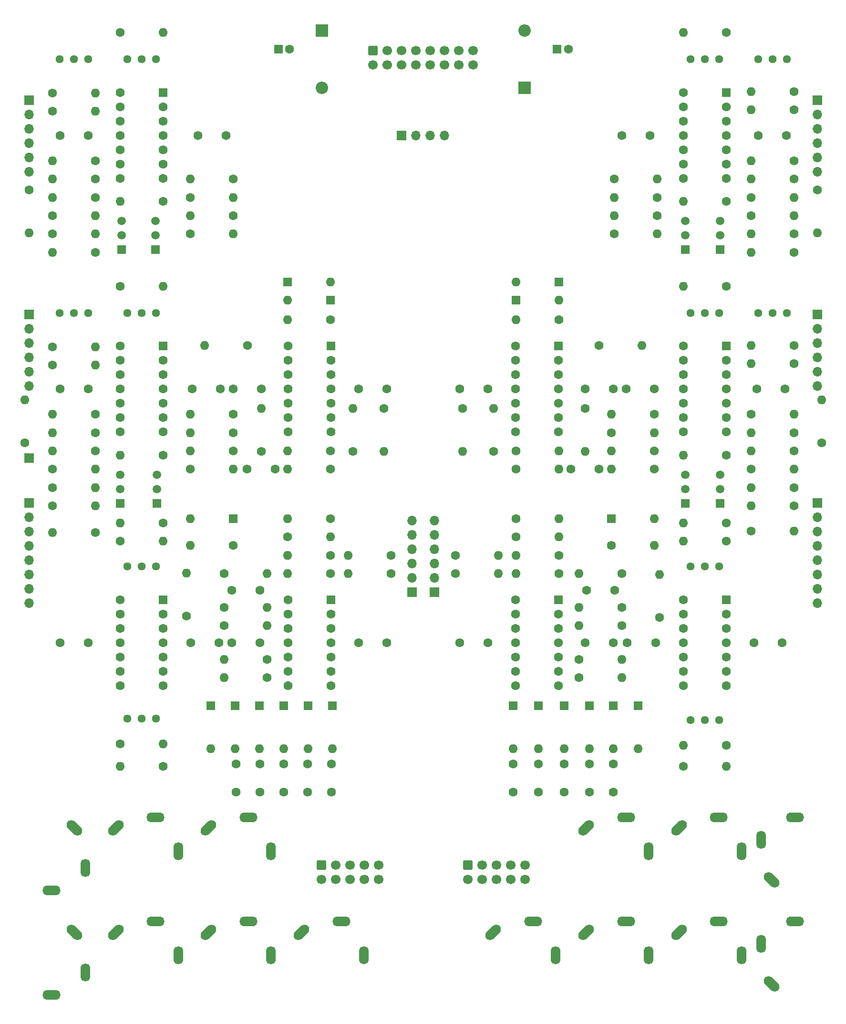
<source format=gts>
%TF.GenerationSoftware,KiCad,Pcbnew,9.0.0*%
%TF.CreationDate,2025-03-15T21:38:37+01:00*%
%TF.ProjectId,DMH_Dual_VCF_Diode_Ladder_Mk2_PCB_1,444d485f-4475-4616-9c5f-5643465f4469,1*%
%TF.SameCoordinates,Original*%
%TF.FileFunction,Soldermask,Top*%
%TF.FilePolarity,Negative*%
%FSLAX46Y46*%
G04 Gerber Fmt 4.6, Leading zero omitted, Abs format (unit mm)*
G04 Created by KiCad (PCBNEW 9.0.0) date 2025-03-15 21:38:37*
%MOMM*%
%LPD*%
G01*
G04 APERTURE LIST*
G04 Aperture macros list*
%AMRoundRect*
0 Rectangle with rounded corners*
0 $1 Rounding radius*
0 $2 $3 $4 $5 $6 $7 $8 $9 X,Y pos of 4 corners*
0 Add a 4 corners polygon primitive as box body*
4,1,4,$2,$3,$4,$5,$6,$7,$8,$9,$2,$3,0*
0 Add four circle primitives for the rounded corners*
1,1,$1+$1,$2,$3*
1,1,$1+$1,$4,$5*
1,1,$1+$1,$6,$7*
1,1,$1+$1,$8,$9*
0 Add four rect primitives between the rounded corners*
20,1,$1+$1,$2,$3,$4,$5,0*
20,1,$1+$1,$4,$5,$6,$7,0*
20,1,$1+$1,$6,$7,$8,$9,0*
20,1,$1+$1,$8,$9,$2,$3,0*%
%AMHorizOval*
0 Thick line with rounded ends*
0 $1 width*
0 $2 $3 position (X,Y) of the first rounded end (center of the circle)*
0 $4 $5 position (X,Y) of the second rounded end (center of the circle)*
0 Add line between two ends*
20,1,$1,$2,$3,$4,$5,0*
0 Add two circle primitives to create the rounded ends*
1,1,$1,$2,$3*
1,1,$1,$4,$5*%
G04 Aperture macros list end*
%ADD10R,1.700000X1.700000*%
%ADD11O,1.700000X1.700000*%
%ADD12HorizOval,1.712000X-0.533159X-0.533159X0.533159X0.533159X0*%
%ADD13O,1.712000X3.220000*%
%ADD14O,3.220000X1.712000*%
%ADD15HorizOval,1.712000X-0.533159X0.533159X0.533159X-0.533159X0*%
%ADD16RoundRect,0.250000X0.550000X0.550000X-0.550000X0.550000X-0.550000X-0.550000X0.550000X-0.550000X0*%
%ADD17C,1.600000*%
%ADD18R,1.600000X1.600000*%
%ADD19O,1.600000X1.600000*%
%ADD20RoundRect,0.250000X-0.600000X0.600000X-0.600000X-0.600000X0.600000X-0.600000X0.600000X0.600000X0*%
%ADD21C,1.700000*%
%ADD22R,1.500000X1.500000*%
%ADD23C,1.500000*%
%ADD24C,1.440000*%
%ADD25R,2.200000X2.200000*%
%ADD26O,2.200000X2.200000*%
G04 APERTURE END LIST*
D10*
%TO.C,J15*%
X30000000Y-128000000D03*
D11*
X30000000Y-130540000D03*
X30000000Y-133080000D03*
X30000000Y-135620000D03*
X30000000Y-138160000D03*
X30000000Y-140700000D03*
X30000000Y-143240000D03*
X30000000Y-145780000D03*
%TD*%
D10*
%TO.C,J17*%
X30000000Y-94500000D03*
D11*
X30000000Y-97040000D03*
X30000000Y-99580000D03*
X30000000Y-102120000D03*
X30000000Y-104660000D03*
X30000000Y-107200000D03*
%TD*%
D12*
%TO.C,J6*%
X78403810Y-204153810D03*
D13*
X89500000Y-208250000D03*
D14*
X85500000Y-202250000D03*
%TD*%
D10*
%TO.C,J22*%
X170000000Y-56500000D03*
D11*
X170000000Y-59040000D03*
X170000000Y-61580000D03*
X170000000Y-64120000D03*
X170000000Y-66660000D03*
X170000000Y-69200000D03*
%TD*%
D10*
%TO.C,J21*%
X30000000Y-56500000D03*
D11*
X30000000Y-59040000D03*
X30000000Y-61580000D03*
X30000000Y-64120000D03*
X30000000Y-66660000D03*
X30000000Y-69200000D03*
%TD*%
D12*
%TO.C,J13*%
X112403810Y-204153810D03*
D13*
X123500000Y-208250000D03*
D14*
X119500000Y-202250000D03*
%TD*%
D12*
%TO.C,J11*%
X128903810Y-185653810D03*
D13*
X140000000Y-189750000D03*
D14*
X136000000Y-183750000D03*
%TD*%
D12*
%TO.C,J4*%
X61903810Y-185653810D03*
D13*
X73000000Y-189750000D03*
D14*
X69000000Y-183750000D03*
%TD*%
D10*
%TO.C,J18*%
X170000000Y-94500000D03*
D11*
X170000000Y-97040000D03*
X170000000Y-99580000D03*
X170000000Y-102120000D03*
X170000000Y-104660000D03*
X170000000Y-107200000D03*
%TD*%
D10*
%TO.C,J20*%
X102000000Y-143800000D03*
D11*
X102000000Y-141260000D03*
X102000000Y-138720000D03*
X102000000Y-136180000D03*
X102000000Y-133640000D03*
X102000000Y-131100000D03*
%TD*%
D10*
%TO.C,J0*%
X30000000Y-120000000D03*
%TD*%
D12*
%TO.C,J10*%
X145403810Y-204153810D03*
D13*
X156500000Y-208250000D03*
D14*
X152500000Y-202250000D03*
%TD*%
D10*
%TO.C,J19*%
X98000000Y-143800000D03*
D11*
X98000000Y-141260000D03*
X98000000Y-138720000D03*
X98000000Y-136180000D03*
X98000000Y-133640000D03*
X98000000Y-131100000D03*
%TD*%
D10*
%TO.C,J23*%
X96200000Y-62775000D03*
D11*
X98740000Y-62775000D03*
X101280000Y-62775000D03*
X103820000Y-62775000D03*
%TD*%
D10*
%TO.C,J16*%
X170000000Y-128000000D03*
D11*
X170000000Y-130540000D03*
X170000000Y-133080000D03*
X170000000Y-135620000D03*
X170000000Y-138160000D03*
X170000000Y-140700000D03*
X170000000Y-143240000D03*
X170000000Y-145780000D03*
%TD*%
D15*
%TO.C,J8*%
X161903810Y-194846190D03*
D14*
X166000000Y-183750000D03*
D13*
X160000000Y-187750000D03*
%TD*%
D12*
%TO.C,J3*%
X45403810Y-204153810D03*
D13*
X56500000Y-208250000D03*
D14*
X52500000Y-202250000D03*
%TD*%
D12*
%TO.C,J2*%
X45403810Y-185653810D03*
D13*
X56500000Y-189750000D03*
D14*
X52500000Y-183750000D03*
%TD*%
D12*
%TO.C,J5*%
X61903810Y-204153810D03*
D13*
X73000000Y-208250000D03*
D14*
X69000000Y-202250000D03*
%TD*%
D12*
%TO.C,J12*%
X128903810Y-204153810D03*
D13*
X140000000Y-208250000D03*
D14*
X136000000Y-202250000D03*
%TD*%
D12*
%TO.C,J9*%
X145403810Y-185653810D03*
D13*
X156500000Y-189750000D03*
D14*
X152500000Y-183750000D03*
%TD*%
D15*
%TO.C,J14*%
X161903810Y-213346190D03*
D14*
X166000000Y-202250000D03*
D13*
X160000000Y-206250000D03*
%TD*%
D15*
%TO.C,J1*%
X38096190Y-185653810D03*
D14*
X34000000Y-196750000D03*
D13*
X40000000Y-192750000D03*
%TD*%
D15*
%TO.C,J7*%
X38096190Y-204153810D03*
D14*
X34000000Y-215250000D03*
D13*
X40000000Y-211250000D03*
%TD*%
D16*
%TO.C,U2*%
X153800000Y-55125000D03*
D17*
X153800000Y-57665000D03*
X153800000Y-60205000D03*
X153800000Y-62745000D03*
X153800000Y-65285000D03*
X153800000Y-67825000D03*
X153800000Y-70365000D03*
X146180000Y-70365000D03*
X146180000Y-67825000D03*
X146180000Y-65285000D03*
X146180000Y-62745000D03*
X146180000Y-60205000D03*
X146180000Y-57665000D03*
X146180000Y-55125000D03*
%TD*%
D18*
%TO.C,D20*%
X120500000Y-163940000D03*
D19*
X120500000Y-171560000D03*
%TD*%
D20*
%TO.C,J210*%
X107960000Y-192247500D03*
D21*
X110500000Y-192247500D03*
X113040000Y-192247500D03*
X115580000Y-192247500D03*
X118120000Y-192247500D03*
X107960000Y-194787500D03*
X110500000Y-194787500D03*
X113040000Y-194787500D03*
X115580000Y-194787500D03*
X118120000Y-194787500D03*
%TD*%
D16*
%TO.C,U4*%
X124000000Y-100125000D03*
D17*
X124000000Y-102665000D03*
X124000000Y-105205000D03*
X124000000Y-107745000D03*
X124000000Y-110285000D03*
X124000000Y-112825000D03*
X124000000Y-115365000D03*
X116380000Y-115365000D03*
X116380000Y-112825000D03*
X116380000Y-110285000D03*
X116380000Y-107745000D03*
X116380000Y-105205000D03*
X116380000Y-102665000D03*
X116380000Y-100125000D03*
%TD*%
D18*
%TO.C,D7*%
X62293750Y-163940000D03*
D19*
X62293750Y-171560000D03*
%TD*%
D22*
%TO.C,Q5*%
X52750000Y-128040000D03*
D23*
X52750000Y-125500000D03*
X52750000Y-122960000D03*
%TD*%
D17*
%TO.C,R105*%
X46190000Y-89500000D03*
D19*
X53810000Y-89500000D03*
%TD*%
D17*
%TO.C,R104*%
X34190000Y-100250000D03*
D19*
X41810000Y-100250000D03*
%TD*%
D17*
%TO.C,R74*%
X34190000Y-80250000D03*
D19*
X41810000Y-80250000D03*
%TD*%
D18*
%TO.C,D23*%
X124060000Y-88750000D03*
D19*
X116440000Y-88750000D03*
%TD*%
D17*
%TO.C,C12*%
X66000000Y-152750000D03*
X71000000Y-152750000D03*
%TD*%
%TO.C,R59*%
X128750000Y-111190000D03*
D19*
X128750000Y-118810000D03*
%TD*%
D17*
%TO.C,C25*%
X66750000Y-174250000D03*
X66750000Y-179250000D03*
%TD*%
%TO.C,C33*%
X116000000Y-174250000D03*
X116000000Y-179250000D03*
%TD*%
%TO.C,R100*%
X41810000Y-118750000D03*
D19*
X34190000Y-118750000D03*
%TD*%
D17*
%TO.C,R93*%
X170000000Y-72440000D03*
D19*
X170000000Y-80060000D03*
%TD*%
D17*
%TO.C,R98*%
X34190000Y-128500000D03*
D19*
X41810000Y-128500000D03*
%TD*%
D22*
%TO.C,Q6*%
X46250000Y-128040000D03*
D23*
X46250000Y-125500000D03*
X46250000Y-122960000D03*
%TD*%
D24*
%TO.C,RV26*%
X47460000Y-94250000D03*
X50000000Y-94250000D03*
X52540000Y-94250000D03*
%TD*%
D17*
%TO.C,R83*%
X133940000Y-70500000D03*
D19*
X141560000Y-70500000D03*
%TD*%
D17*
%TO.C,R121*%
X165810000Y-100000000D03*
D19*
X158190000Y-100000000D03*
%TD*%
D17*
%TO.C,R37*%
X72310000Y-159000000D03*
D19*
X64690000Y-159000000D03*
%TD*%
D17*
%TO.C,R87*%
X165810000Y-80250000D03*
D19*
X158190000Y-80250000D03*
%TD*%
D18*
%TO.C,C1*%
X123794888Y-47500000D03*
D17*
X125794888Y-47500000D03*
%TD*%
%TO.C,R92*%
X165810000Y-70500000D03*
D19*
X158190000Y-70500000D03*
%TD*%
D17*
%TO.C,R115*%
X165810000Y-128500000D03*
D19*
X158190000Y-128500000D03*
%TD*%
D17*
%TO.C,R38*%
X83560000Y-95500000D03*
D19*
X75940000Y-95500000D03*
%TD*%
D16*
%TO.C,U1*%
X53800000Y-55125000D03*
D17*
X53800000Y-57665000D03*
X53800000Y-60205000D03*
X53800000Y-62745000D03*
X53800000Y-65285000D03*
X53800000Y-67825000D03*
X53800000Y-70365000D03*
X46180000Y-70365000D03*
X46180000Y-67825000D03*
X46180000Y-65285000D03*
X46180000Y-62745000D03*
X46180000Y-60205000D03*
X46180000Y-57665000D03*
X46180000Y-55125000D03*
%TD*%
%TO.C,C30*%
X125000000Y-179250000D03*
X125000000Y-174250000D03*
%TD*%
%TO.C,R28*%
X75940000Y-134000000D03*
D19*
X83560000Y-134000000D03*
%TD*%
D17*
%TO.C,R142*%
X93000000Y-111190000D03*
D19*
X93000000Y-118810000D03*
%TD*%
D22*
%TO.C,Q8*%
X152750000Y-128040000D03*
D23*
X152750000Y-125500000D03*
X152750000Y-122960000D03*
%TD*%
D17*
%TO.C,R21*%
X153810000Y-171000000D03*
D19*
X146190000Y-171000000D03*
%TD*%
D18*
%TO.C,D6*%
X66310000Y-130750000D03*
D19*
X58690000Y-130750000D03*
%TD*%
D17*
%TO.C,R41*%
X71250000Y-118810000D03*
D19*
X71250000Y-111190000D03*
%TD*%
D17*
%TO.C,R84*%
X141560000Y-73750000D03*
D19*
X133940000Y-73750000D03*
%TD*%
D22*
%TO.C,Q7*%
X146500000Y-128040000D03*
D23*
X146500000Y-125500000D03*
X146500000Y-122960000D03*
%TD*%
D17*
%TO.C,R56*%
X124060000Y-95500000D03*
D19*
X116440000Y-95500000D03*
%TD*%
D17*
%TO.C,R4*%
X53810000Y-131500000D03*
D19*
X46190000Y-131500000D03*
%TD*%
D17*
%TO.C,R35*%
X72310000Y-155750000D03*
D19*
X64690000Y-155750000D03*
%TD*%
D24*
%TO.C,RV4*%
X52540000Y-166250000D03*
X50000000Y-166250000D03*
X47460000Y-166250000D03*
%TD*%
D17*
%TO.C,C4*%
X35500000Y-62750000D03*
X40500000Y-62750000D03*
%TD*%
%TO.C,R32*%
X83560000Y-137250000D03*
D19*
X75940000Y-137250000D03*
%TD*%
D17*
%TO.C,C32*%
X133750000Y-174250000D03*
X133750000Y-179250000D03*
%TD*%
%TO.C,C22*%
X71000000Y-179250000D03*
X71000000Y-174250000D03*
%TD*%
%TO.C,R69*%
X34190000Y-55250000D03*
D19*
X41810000Y-55250000D03*
%TD*%
D17*
%TO.C,R39*%
X83560000Y-118750000D03*
D19*
X75940000Y-118750000D03*
%TD*%
D17*
%TO.C,R127*%
X153810000Y-119500000D03*
D19*
X146190000Y-119500000D03*
%TD*%
D16*
%TO.C,U6*%
X124000000Y-145125000D03*
D17*
X124000000Y-147665000D03*
X124000000Y-150205000D03*
X124000000Y-152745000D03*
X124000000Y-155285000D03*
X124000000Y-157825000D03*
X124000000Y-160365000D03*
X116380000Y-160365000D03*
X116380000Y-157825000D03*
X116380000Y-155285000D03*
X116380000Y-152745000D03*
X116380000Y-150205000D03*
X116380000Y-147665000D03*
X116380000Y-145125000D03*
%TD*%
D18*
%TO.C,D14*%
X83560000Y-92000000D03*
D19*
X75940000Y-92000000D03*
%TD*%
D24*
%TO.C,RV8*%
X147450000Y-139250000D03*
X149990000Y-139250000D03*
X152530000Y-139250000D03*
%TD*%
D17*
%TO.C,R49*%
X124060000Y-140500000D03*
D19*
X116440000Y-140500000D03*
%TD*%
D17*
%TO.C,R73*%
X66310000Y-77000000D03*
D19*
X58690000Y-77000000D03*
%TD*%
D17*
%TO.C,R44*%
X135310000Y-146500000D03*
D19*
X127690000Y-146500000D03*
%TD*%
D17*
%TO.C,R119*%
X165810000Y-115500000D03*
D19*
X158190000Y-115500000D03*
%TD*%
D16*
%TO.C,U5*%
X83620000Y-145125000D03*
D17*
X83620000Y-147665000D03*
X83620000Y-150205000D03*
X83620000Y-152745000D03*
X83620000Y-155285000D03*
X83620000Y-157825000D03*
X83620000Y-160365000D03*
X76000000Y-160365000D03*
X76000000Y-157825000D03*
X76000000Y-155285000D03*
X76000000Y-152745000D03*
X76000000Y-150205000D03*
X76000000Y-147665000D03*
X76000000Y-145125000D03*
%TD*%
%TO.C,C36*%
X136000000Y-107750000D03*
X141000000Y-107750000D03*
%TD*%
%TO.C,R36*%
X94310000Y-137250000D03*
D19*
X86690000Y-137250000D03*
%TD*%
D17*
%TO.C,R30*%
X66310000Y-135500000D03*
D19*
X58690000Y-135500000D03*
%TD*%
D17*
%TO.C,R125*%
X141060000Y-118750000D03*
D19*
X133440000Y-118750000D03*
%TD*%
D25*
%TO.C,D2*%
X82000000Y-44170000D03*
D26*
X82000000Y-54330000D03*
%TD*%
D17*
%TO.C,C29*%
X129500000Y-179250000D03*
X129500000Y-174250000D03*
%TD*%
%TO.C,R27*%
X64690000Y-149750000D03*
D19*
X72310000Y-149750000D03*
%TD*%
D17*
%TO.C,R91*%
X158190000Y-73750000D03*
D19*
X165810000Y-73750000D03*
%TD*%
D17*
%TO.C,R134*%
X146190000Y-174750000D03*
D19*
X153810000Y-174750000D03*
%TD*%
D18*
%TO.C,D21*%
X116000000Y-163940000D03*
D19*
X116000000Y-171560000D03*
%TD*%
D17*
%TO.C,R102*%
X41810000Y-115500000D03*
D19*
X34190000Y-115500000D03*
%TD*%
D17*
%TO.C,C3*%
X60000000Y-62750000D03*
X65000000Y-62750000D03*
%TD*%
%TO.C,C19*%
X59000000Y-107750000D03*
X64000000Y-107750000D03*
%TD*%
%TO.C,R45*%
X135310000Y-149750000D03*
D19*
X127690000Y-149750000D03*
%TD*%
D17*
%TO.C,R86*%
X153810000Y-74500000D03*
D19*
X146190000Y-74500000D03*
%TD*%
D17*
%TO.C,C20*%
X35500000Y-107750000D03*
X40500000Y-107750000D03*
%TD*%
%TO.C,R126*%
X165810000Y-125250000D03*
D19*
X158190000Y-125250000D03*
%TD*%
D16*
%TO.C,U8*%
X153800000Y-145125000D03*
D17*
X153800000Y-147665000D03*
X153800000Y-150205000D03*
X153800000Y-152745000D03*
X153800000Y-155285000D03*
X153800000Y-157825000D03*
X153800000Y-160365000D03*
X146180000Y-160365000D03*
X146180000Y-157825000D03*
X146180000Y-155285000D03*
X146180000Y-152745000D03*
X146180000Y-150205000D03*
X146180000Y-147665000D03*
X146180000Y-145125000D03*
%TD*%
%TO.C,R120*%
X170750000Y-117310000D03*
D19*
X170750000Y-109690000D03*
%TD*%
D24*
%TO.C,RV17*%
X47460000Y-49250000D03*
X50000000Y-49250000D03*
X52540000Y-49250000D03*
%TD*%
D17*
%TO.C,R85*%
X141560000Y-77000000D03*
D19*
X133940000Y-77000000D03*
%TD*%
D18*
%TO.C,C2*%
X74294888Y-47500000D03*
D17*
X76294888Y-47500000D03*
%TD*%
D18*
%TO.C,D17*%
X133750000Y-163940000D03*
D19*
X133750000Y-171560000D03*
%TD*%
D18*
%TO.C,D18*%
X129500000Y-163940000D03*
D19*
X129500000Y-171560000D03*
%TD*%
D17*
%TO.C,C24*%
X79500000Y-179250000D03*
X79500000Y-174250000D03*
%TD*%
D16*
%TO.C,U7*%
X53800000Y-145125000D03*
D17*
X53800000Y-147665000D03*
X53800000Y-150205000D03*
X53800000Y-152745000D03*
X53800000Y-155285000D03*
X53800000Y-157825000D03*
X53800000Y-160365000D03*
X46180000Y-160365000D03*
X46180000Y-157825000D03*
X46180000Y-155285000D03*
X46180000Y-152745000D03*
X46180000Y-150205000D03*
X46180000Y-147665000D03*
X46180000Y-145125000D03*
%TD*%
%TO.C,R114*%
X141060000Y-122000000D03*
D19*
X133440000Y-122000000D03*
%TD*%
D18*
%TO.C,D22*%
X116440000Y-92000000D03*
D19*
X124060000Y-92000000D03*
%TD*%
D17*
%TO.C,R129*%
X141060000Y-112250000D03*
D19*
X133440000Y-112250000D03*
%TD*%
D17*
%TO.C,R124*%
X158190000Y-122000000D03*
D19*
X165810000Y-122000000D03*
%TD*%
D17*
%TO.C,R7*%
X58000000Y-148060000D03*
D19*
X58000000Y-140440000D03*
%TD*%
D17*
%TO.C,R64*%
X41810000Y-67250000D03*
D19*
X34190000Y-67250000D03*
%TD*%
D18*
%TO.C,D12*%
X83887500Y-163940000D03*
D19*
X83887500Y-171560000D03*
%TD*%
D17*
%TO.C,C16*%
X35500000Y-152750000D03*
X40500000Y-152750000D03*
%TD*%
%TO.C,R89*%
X133940000Y-80250000D03*
D19*
X141560000Y-80250000D03*
%TD*%
D17*
%TO.C,R53*%
X127690000Y-155750000D03*
D19*
X135310000Y-155750000D03*
%TD*%
D25*
%TO.C,D1*%
X118000000Y-54330000D03*
D26*
X118000000Y-44170000D03*
%TD*%
D17*
%TO.C,C31*%
X120500000Y-179250000D03*
X120500000Y-174250000D03*
%TD*%
D24*
%TO.C,RV21*%
X164550000Y-49250000D03*
X162010000Y-49250000D03*
X159470000Y-49250000D03*
%TD*%
D17*
%TO.C,C11*%
X88500000Y-152750000D03*
X93500000Y-152750000D03*
%TD*%
D22*
%TO.C,Q2*%
X46500000Y-83030000D03*
D23*
X46500000Y-80490000D03*
X46500000Y-77950000D03*
%TD*%
D20*
%TO.C,J200*%
X81920000Y-192247500D03*
D21*
X84460000Y-192247500D03*
X87000000Y-192247500D03*
X89540000Y-192247500D03*
X92080000Y-192247500D03*
X81920000Y-194787500D03*
X84460000Y-194787500D03*
X87000000Y-194787500D03*
X89540000Y-194787500D03*
X92080000Y-194787500D03*
%TD*%
D24*
%TO.C,RV23*%
X147450000Y-49250000D03*
X149990000Y-49250000D03*
X152530000Y-49250000D03*
%TD*%
D17*
%TO.C,C8*%
X66250000Y-107750000D03*
X71250000Y-107750000D03*
%TD*%
%TO.C,R19*%
X153810000Y-131500000D03*
D19*
X146190000Y-131500000D03*
%TD*%
D17*
%TO.C,R116*%
X158190000Y-112250000D03*
D19*
X165810000Y-112250000D03*
%TD*%
D17*
%TO.C,R29*%
X64690000Y-140500000D03*
D19*
X72310000Y-140500000D03*
%TD*%
D17*
%TO.C,R103*%
X29250000Y-117310000D03*
D19*
X29250000Y-109690000D03*
%TD*%
D17*
%TO.C,R123*%
X133440000Y-115500000D03*
D19*
X141060000Y-115500000D03*
%TD*%
D17*
%TO.C,R60*%
X116440000Y-122000000D03*
D19*
X124060000Y-122000000D03*
%TD*%
D17*
%TO.C,R26*%
X64690000Y-146500000D03*
D19*
X72310000Y-146500000D03*
%TD*%
D17*
%TO.C,C26*%
X83750000Y-174250000D03*
X83750000Y-179250000D03*
%TD*%
D24*
%TO.C,RV2*%
X47460000Y-139250000D03*
X50000000Y-139250000D03*
X52540000Y-139250000D03*
%TD*%
D17*
%TO.C,R50*%
X124060000Y-137250000D03*
D19*
X116440000Y-137250000D03*
%TD*%
D17*
%TO.C,R97*%
X58690000Y-122000000D03*
D19*
X66310000Y-122000000D03*
%TD*%
D16*
%TO.C,U3*%
X83620000Y-100125000D03*
D17*
X83620000Y-102665000D03*
X83620000Y-105205000D03*
X83620000Y-107745000D03*
X83620000Y-110285000D03*
X83620000Y-112825000D03*
X83620000Y-115365000D03*
X76000000Y-115365000D03*
X76000000Y-112825000D03*
X76000000Y-110285000D03*
X76000000Y-107745000D03*
X76000000Y-105205000D03*
X76000000Y-102665000D03*
X76000000Y-100125000D03*
%TD*%
%TO.C,R65*%
X41810000Y-73750000D03*
D19*
X34190000Y-73750000D03*
%TD*%
D17*
%TO.C,C7*%
X88500000Y-107750000D03*
X93500000Y-107750000D03*
%TD*%
%TO.C,R5*%
X41810000Y-133250000D03*
D19*
X34190000Y-133250000D03*
%TD*%
D17*
%TO.C,R81*%
X153810000Y-44500000D03*
D19*
X146190000Y-44500000D03*
%TD*%
D17*
%TO.C,R57*%
X116440000Y-118750000D03*
D19*
X124060000Y-118750000D03*
%TD*%
D17*
%TO.C,R51*%
X105690000Y-140500000D03*
D19*
X113310000Y-140500000D03*
%TD*%
D17*
%TO.C,C15*%
X58750000Y-152750000D03*
X63750000Y-152750000D03*
%TD*%
D24*
%TO.C,RV24*%
X35450000Y-94250000D03*
X37990000Y-94250000D03*
X40530000Y-94250000D03*
%TD*%
D17*
%TO.C,R68*%
X30000000Y-72440000D03*
D19*
X30000000Y-80060000D03*
%TD*%
D17*
%TO.C,C5*%
X159500000Y-62750000D03*
X164500000Y-62750000D03*
%TD*%
%TO.C,R109*%
X34190000Y-125250000D03*
D19*
X41810000Y-125250000D03*
%TD*%
D20*
%TO.C,J100*%
X91110000Y-47747500D03*
D21*
X91110000Y-50287500D03*
X93650000Y-47747500D03*
X93650000Y-50287500D03*
X96190000Y-47747500D03*
X96190000Y-50287500D03*
X98730000Y-47747500D03*
X98730000Y-50287500D03*
X101270000Y-47747500D03*
X101270000Y-50287500D03*
X103810000Y-47747500D03*
X103810000Y-50287500D03*
X106350000Y-47747500D03*
X106350000Y-50287500D03*
X108890000Y-47747500D03*
X108890000Y-50287500D03*
%TD*%
D17*
%TO.C,R143*%
X87500000Y-118810000D03*
D19*
X87500000Y-111190000D03*
%TD*%
D17*
%TO.C,R106*%
X66310000Y-115500000D03*
D19*
X58690000Y-115500000D03*
%TD*%
D17*
%TO.C,C9*%
X128750000Y-107750000D03*
X133750000Y-107750000D03*
%TD*%
%TO.C,R78*%
X34190000Y-58500000D03*
D19*
X41810000Y-58500000D03*
%TD*%
D17*
%TO.C,R33*%
X94310000Y-140500000D03*
D19*
X86690000Y-140500000D03*
%TD*%
D16*
%TO.C,U10*%
X153800000Y-100125000D03*
D17*
X153800000Y-102665000D03*
X153800000Y-105205000D03*
X153800000Y-107745000D03*
X153800000Y-110285000D03*
X153800000Y-112825000D03*
X153800000Y-115365000D03*
X146180000Y-115365000D03*
X146180000Y-112825000D03*
X146180000Y-110285000D03*
X146180000Y-107745000D03*
X146180000Y-105205000D03*
X146180000Y-102665000D03*
X146180000Y-100125000D03*
%TD*%
D24*
%TO.C,RV29*%
X147460000Y-94250000D03*
X150000000Y-94250000D03*
X152540000Y-94250000D03*
%TD*%
D17*
%TO.C,C27*%
X68750000Y-122000000D03*
X73750000Y-122000000D03*
%TD*%
%TO.C,R22*%
X142000000Y-148310000D03*
D19*
X142000000Y-140690000D03*
%TD*%
D18*
%TO.C,D19*%
X125000000Y-163940000D03*
D19*
X125000000Y-171560000D03*
%TD*%
D17*
%TO.C,R55*%
X127690000Y-159000000D03*
D19*
X135310000Y-159000000D03*
%TD*%
D17*
%TO.C,R63*%
X41810000Y-83500000D03*
D19*
X34190000Y-83500000D03*
%TD*%
D17*
%TO.C,R67*%
X41810000Y-70500000D03*
D19*
X34190000Y-70500000D03*
%TD*%
D17*
%TO.C,R79*%
X165810000Y-55000000D03*
D19*
X158190000Y-55000000D03*
%TD*%
D17*
%TO.C,C34*%
X131250000Y-122000000D03*
X126250000Y-122000000D03*
%TD*%
%TO.C,R82*%
X165810000Y-58250000D03*
D19*
X158190000Y-58250000D03*
%TD*%
D17*
%TO.C,C28*%
X129000000Y-143500000D03*
X134000000Y-143500000D03*
%TD*%
%TO.C,C10*%
X106500000Y-107750000D03*
X111500000Y-107750000D03*
%TD*%
%TO.C,C6*%
X135250000Y-62750000D03*
X140250000Y-62750000D03*
%TD*%
%TO.C,R52*%
X116440000Y-130750000D03*
D19*
X124060000Y-130750000D03*
%TD*%
D17*
%TO.C,R94*%
X165810000Y-67250000D03*
D19*
X158190000Y-67250000D03*
%TD*%
D17*
%TO.C,R46*%
X116440000Y-134000000D03*
D19*
X124060000Y-134000000D03*
%TD*%
D17*
%TO.C,C17*%
X158750000Y-152750000D03*
X163750000Y-152750000D03*
%TD*%
D24*
%TO.C,RV10*%
X147450000Y-166500000D03*
X149990000Y-166500000D03*
X152530000Y-166500000D03*
%TD*%
D18*
%TO.C,D16*%
X138150000Y-163940000D03*
D19*
X138150000Y-171560000D03*
%TD*%
D17*
%TO.C,R122*%
X153810000Y-89500000D03*
D19*
X146190000Y-89500000D03*
%TD*%
D17*
%TO.C,R43*%
X68810000Y-100000000D03*
D19*
X61190000Y-100000000D03*
%TD*%
D17*
%TO.C,R99*%
X41810000Y-112250000D03*
D19*
X34190000Y-112250000D03*
%TD*%
D17*
%TO.C,R70*%
X46190000Y-44500000D03*
D19*
X53810000Y-44500000D03*
%TD*%
D17*
%TO.C,R75*%
X53810000Y-74500000D03*
D19*
X46190000Y-74500000D03*
%TD*%
D17*
%TO.C,R112*%
X66310000Y-112250000D03*
D19*
X58690000Y-112250000D03*
%TD*%
D17*
%TO.C,R117*%
X165810000Y-118750000D03*
D19*
X158190000Y-118750000D03*
%TD*%
D17*
%TO.C,C13*%
X128750000Y-152750000D03*
X133750000Y-152750000D03*
%TD*%
%TO.C,R61*%
X131190000Y-100000000D03*
D19*
X138810000Y-100000000D03*
%TD*%
D17*
%TO.C,R107*%
X34190000Y-122000000D03*
D19*
X41810000Y-122000000D03*
%TD*%
D17*
%TO.C,R3*%
X46190000Y-134750000D03*
D19*
X53810000Y-134750000D03*
%TD*%
D17*
%TO.C,R145*%
X112500000Y-118810000D03*
D19*
X112500000Y-111190000D03*
%TD*%
D24*
%TO.C,RV14*%
X35450000Y-49250000D03*
X37990000Y-49250000D03*
X40530000Y-49250000D03*
%TD*%
D17*
%TO.C,R90*%
X165810000Y-83500000D03*
D19*
X158190000Y-83500000D03*
%TD*%
D17*
%TO.C,R47*%
X135310000Y-140500000D03*
D19*
X127690000Y-140500000D03*
%TD*%
D17*
%TO.C,R42*%
X83560000Y-122000000D03*
D19*
X75940000Y-122000000D03*
%TD*%
D17*
%TO.C,R110*%
X53810000Y-119500000D03*
D19*
X46190000Y-119500000D03*
%TD*%
D22*
%TO.C,Q1*%
X52500000Y-83040000D03*
D23*
X52500000Y-80500000D03*
X52500000Y-77960000D03*
%TD*%
D17*
%TO.C,R72*%
X34190000Y-77000000D03*
D19*
X41810000Y-77000000D03*
%TD*%
D17*
%TO.C,R62*%
X58690000Y-80250000D03*
D19*
X66310000Y-80250000D03*
%TD*%
D24*
%TO.C,RV12*%
X164540000Y-94250000D03*
X162000000Y-94250000D03*
X159460000Y-94250000D03*
%TD*%
D18*
%TO.C,D11*%
X79568750Y-163940000D03*
D19*
X79568750Y-171560000D03*
%TD*%
D17*
%TO.C,R144*%
X107000000Y-111190000D03*
D19*
X107000000Y-118810000D03*
%TD*%
D17*
%TO.C,C35*%
X159250000Y-107750000D03*
X164250000Y-107750000D03*
%TD*%
%TO.C,R20*%
X158190000Y-133000000D03*
D19*
X165810000Y-133000000D03*
%TD*%
D22*
%TO.C,Q4*%
X152750000Y-83040000D03*
D23*
X152750000Y-80500000D03*
X152750000Y-77960000D03*
%TD*%
D18*
%TO.C,D15*%
X133440000Y-130750000D03*
D19*
X141060000Y-130750000D03*
%TD*%
D17*
%TO.C,R6*%
X46190000Y-170750000D03*
D19*
X53810000Y-170750000D03*
%TD*%
D16*
%TO.C,U9*%
X53800000Y-100125000D03*
D17*
X53800000Y-102665000D03*
X53800000Y-105205000D03*
X53800000Y-107745000D03*
X53800000Y-110285000D03*
X53800000Y-112825000D03*
X53800000Y-115365000D03*
X46180000Y-115365000D03*
X46180000Y-112825000D03*
X46180000Y-110285000D03*
X46180000Y-107745000D03*
X46180000Y-105205000D03*
X46180000Y-102665000D03*
X46180000Y-100125000D03*
%TD*%
%TO.C,C21*%
X71000000Y-143500000D03*
X66000000Y-143500000D03*
%TD*%
%TO.C,R71*%
X58690000Y-73750000D03*
D19*
X66310000Y-73750000D03*
%TD*%
D17*
%TO.C,C14*%
X106500000Y-152750000D03*
X111500000Y-152750000D03*
%TD*%
%TO.C,R31*%
X83560000Y-140500000D03*
D19*
X75940000Y-140500000D03*
%TD*%
D17*
%TO.C,C23*%
X75250000Y-179250000D03*
X75250000Y-174250000D03*
%TD*%
%TO.C,R18*%
X153810000Y-134750000D03*
D19*
X146190000Y-134750000D03*
%TD*%
D17*
%TO.C,R48*%
X133440000Y-135500000D03*
D19*
X141060000Y-135500000D03*
%TD*%
D18*
%TO.C,D8*%
X66612500Y-163940000D03*
D19*
X66612500Y-171560000D03*
%TD*%
D17*
%TO.C,R88*%
X158190000Y-77000000D03*
D19*
X165810000Y-77000000D03*
%TD*%
D17*
%TO.C,R108*%
X66310000Y-118750000D03*
D19*
X58690000Y-118750000D03*
%TD*%
D18*
%TO.C,D13*%
X75940000Y-88750000D03*
D19*
X83560000Y-88750000D03*
%TD*%
D17*
%TO.C,R77*%
X66310000Y-70500000D03*
D19*
X58690000Y-70500000D03*
%TD*%
D18*
%TO.C,D10*%
X75250000Y-163940000D03*
D19*
X75250000Y-171560000D03*
%TD*%
D17*
%TO.C,R34*%
X83560000Y-130750000D03*
D19*
X75940000Y-130750000D03*
%TD*%
D17*
%TO.C,R54*%
X105690000Y-137250000D03*
D19*
X113310000Y-137250000D03*
%TD*%
D17*
%TO.C,R133*%
X53810000Y-174750000D03*
D19*
X46190000Y-174750000D03*
%TD*%
D18*
%TO.C,D9*%
X70931250Y-163940000D03*
D19*
X70931250Y-171560000D03*
%TD*%
D17*
%TO.C,C18*%
X136250000Y-152750000D03*
X141250000Y-152750000D03*
%TD*%
%TO.C,R130*%
X165810000Y-103250000D03*
D19*
X158190000Y-103250000D03*
%TD*%
D17*
%TO.C,R113*%
X34190000Y-103500000D03*
D19*
X41810000Y-103500000D03*
%TD*%
D22*
%TO.C,Q3*%
X146500000Y-83040000D03*
D23*
X146500000Y-80500000D03*
X146500000Y-77960000D03*
%TD*%
M02*

</source>
